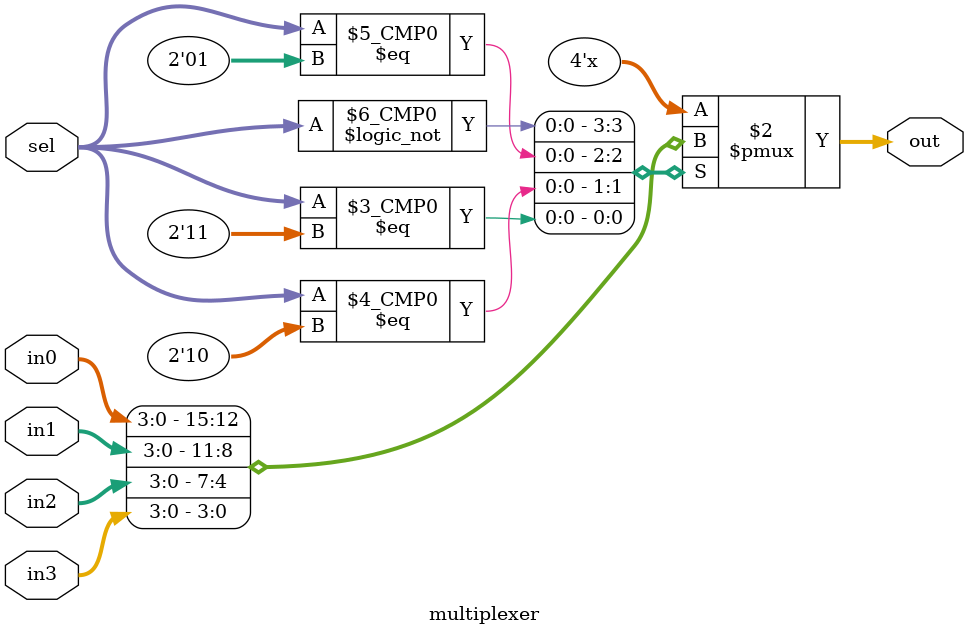
<source format=v>
module multiplexer (
    input [1:0] sel,
    input [3:0] in0,
    input [3:0] in1,
    input [3:0] in2,
    input [3:0] in3,
    output reg [3:0] out
);
    always @(*) begin
        case (sel)
            2'b00: out = in0;
            2'b01: out = in1;
            2'b10: out = in2;
            2'b11: out = in3;
            default: out = 4'b0000;
        endcase
    end
endmodule

</source>
